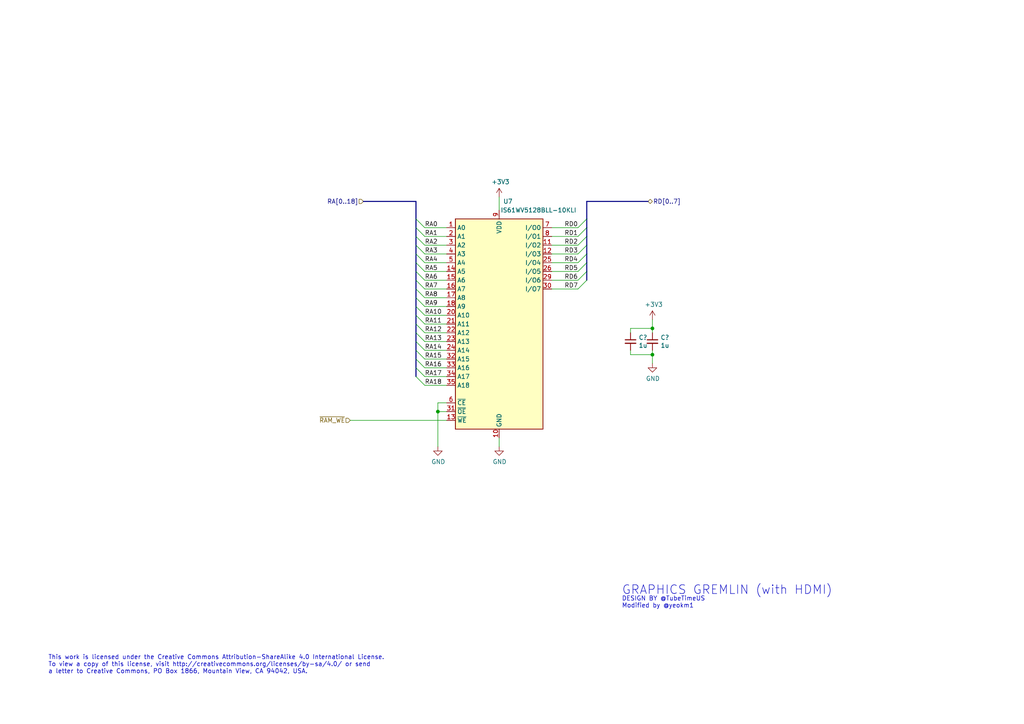
<source format=kicad_sch>
(kicad_sch (version 20230121) (generator eeschema)
  (paper "A4")
  (title_block (title "SRAM") (date "2023-09-17") (rev "2.2"))
  (lib_symbols
    (symbol "Device:C_Small" (pin_numbers hide) (pin_names (offset 0.254) hide)
      (property "Reference" "C" (at 0.254 1.778 0))
      (property "Value" "C_Small" (at 0.254 -2.032 0))
      (symbol "C_Small_0_1"
        (polyline (pts (xy -1.524 -0.508) (xy 1.524 -0.508)) (stroke (width 0.3302)))
        (polyline (pts (xy -1.524 0.508) (xy 1.524 0.508)) (stroke (width 0.3048)))
      )
      (symbol "C_Small_1_1"
        (pin passive line (at 0 2.54 270) (length 2.032) (name "~") (number "1"))
        (pin passive line (at 0 -2.54 90) (length 2.032) (name "~") (number "2"))
      )
    )
    (symbol "Memory_RAM:IS61C5128AL-10KLI"
      (property "Reference" "U" (at -10.16 31.75 0))
      (property "Value" "IS61C5128AL-10KLI" (at 12.7 31.75 0))
      (symbol "IS61C5128AL-10KLI_0_1"
        (rectangle (start -12.7 30.48) (end 12.7 -30.48) (stroke (width 0.254)) (fill (type background)))
      )
      (symbol "IS61C5128AL-10KLI_1_1"
        (pin input line (at -15.24 27.94 0) (length 2.54) (name "A0") (number "1"))
        (pin power_in line (at 0 -33.02 90) (length 2.54) (name "GND") (number "10"))
        (pin bidirectional line (at 15.24 22.86 180) (length 2.54) (name "I/O2") (number "11"))
        (pin bidirectional line (at 15.24 20.32 180) (length 2.54) (name "I/O3") (number "12"))
        (pin input line (at -15.24 -27.94 0) (length 2.54) (name "~{WE}") (number "13"))
        (pin input line (at -15.24 15.24 0) (length 2.54) (name "A5") (number "14"))
        (pin input line (at -15.24 12.7 0) (length 2.54) (name "A6") (number "15"))
        (pin input line (at -15.24 10.16 0) (length 2.54) (name "A7") (number "16"))
        (pin input line (at -15.24 7.62 0) (length 2.54) (name "A8") (number "17"))
        (pin input line (at -15.24 5.08 0) (length 2.54) (name "A9") (number "18"))
        (pin no_connect line (at 12.7 -27.94 180) (length 2.54) hide (name "NC") (number "19"))
        (pin input line (at -15.24 25.4 0) (length 2.54) (name "A1") (number "2"))
        (pin input line (at -15.24 2.54 0) (length 2.54) (name "A10") (number "20"))
        (pin input line (at -15.24 0 0) (length 2.54) (name "A11") (number "21"))
        (pin input line (at -15.24 -2.54 0) (length 2.54) (name "A12") (number "22"))
        (pin input line (at -15.24 -5.08 0) (length 2.54) (name "A13") (number "23"))
        (pin input line (at -15.24 -7.62 0) (length 2.54) (name "A14") (number "24"))
        (pin bidirectional line (at 15.24 17.78 180) (length 2.54) (name "I/O4") (number "25"))
        (pin bidirectional line (at 15.24 15.24 180) (length 2.54) (name "I/O5") (number "26"))
        (pin passive line (at 0 33.02 270) (length 2.54) hide (name "VDD") (number "27"))
        (pin passive line (at 0 -33.02 90) (length 2.54) hide (name "GND") (number "28"))
        (pin bidirectional line (at 15.24 12.7 180) (length 2.54) (name "I/O6") (number "29"))
        (pin input line (at -15.24 22.86 0) (length 2.54) (name "A2") (number "3"))
        (pin bidirectional line (at 15.24 10.16 180) (length 2.54) (name "I/O7") (number "30"))
        (pin input line (at -15.24 -25.4 0) (length 2.54) (name "~{OE}") (number "31"))
        (pin input line (at -15.24 -10.16 0) (length 2.54) (name "A15") (number "32"))
        (pin input line (at -15.24 -12.7 0) (length 2.54) (name "A16") (number "33"))
        (pin input line (at -15.24 -15.24 0) (length 2.54) (name "A17") (number "34"))
        (pin input line (at -15.24 -17.78 0) (length 2.54) (name "A18") (number "35"))
        (pin no_connect line (at 12.7 -25.4 180) (length 2.54) hide (name "NC") (number "36"))
        (pin input line (at -15.24 20.32 0) (length 2.54) (name "A3") (number "4"))
        (pin input line (at -15.24 17.78 0) (length 2.54) (name "A4") (number "5"))
        (pin input line (at -15.24 -22.86 0) (length 2.54) (name "~{CE}") (number "6"))
        (pin bidirectional line (at 15.24 27.94 180) (length 2.54) (name "I/O0") (number "7"))
        (pin bidirectional line (at 15.24 25.4 180) (length 2.54) (name "I/O1") (number "8"))
        (pin power_in line (at 0 33.02 270) (length 2.54) (name "VDD") (number "9"))
      )
    )
    (symbol "power:+3V3" (power) (pin_names (offset 0))
      (property "Value" "+3V3" (at 0 3.556 0))
      (symbol "+3V3_0_1"
        (polyline (pts (xy -0.762 1.27) (xy 0 2.54)))
        (polyline (pts (xy 0 0) (xy 0 2.54)))
        (polyline (pts (xy 0 2.54) (xy 0.762 1.27)))
      )
      (symbol "+3V3_1_1"
        (pin power_in line (at 0 0 90) (length 0) hide (name "+3V3") (number "1"))
      )
    )
    (symbol "power:GND" (power) (pin_names (offset 0))
      (property "Value" "GND" (at 0 -3.81 0))
      (symbol "GND_0_1"
        (polyline (pts (xy 0 0) (xy 0 -1.27) (xy 1.27 -1.27) (xy 0 -2.54) (xy -1.27 -1.27) (xy 0 -1.27)))
      )
      (symbol "GND_1_1"
        (pin power_in line (at 0 0 270) (length 0) hide (name "GND") (number "1"))
      )
    )
  )
  (junction (at 127 119.38))
  (junction (at 189.23 102.87))
  (junction (at 189.23 95.25))
  (bus_entry (at 167.64 78.74) (size 2.54 -2.54))
  (bus_entry (at 120.65 106.68) (size 2.54 2.54))
  (bus_entry (at 120.65 86.36) (size 2.54 2.54))
  (bus_entry (at 167.64 68.58) (size 2.54 -2.54))
  (bus_entry (at 120.65 78.74) (size 2.54 2.54))
  (bus_entry (at 167.64 71.12) (size 2.54 -2.54))
  (bus_entry (at 120.65 96.52) (size 2.54 2.54))
  (bus_entry (at 120.65 71.12) (size 2.54 2.54))
  (bus_entry (at 167.64 76.2) (size 2.54 -2.54))
  (bus_entry (at 167.64 81.28) (size 2.54 -2.54))
  (bus_entry (at 120.65 101.6) (size 2.54 2.54))
  (bus_entry (at 120.65 83.82) (size 2.54 2.54))
  (bus_entry (at 120.65 104.14) (size 2.54 2.54))
  (bus_entry (at 120.65 66.04) (size 2.54 2.54))
  (bus_entry (at 120.65 109.22) (size 2.54 2.54))
  (bus_entry (at 167.64 73.66) (size 2.54 -2.54))
  (bus_entry (at 120.65 91.44) (size 2.54 2.54))
  (bus_entry (at 167.64 66.04) (size 2.54 -2.54))
  (bus_entry (at 120.65 81.28) (size 2.54 2.54))
  (bus_entry (at 120.65 99.06) (size 2.54 2.54))
  (bus_entry (at 120.65 63.5) (size 2.54 2.54))
  (bus_entry (at 120.65 88.9) (size 2.54 2.54))
  (bus_entry (at 120.65 76.2) (size 2.54 2.54))
  (bus_entry (at 120.65 68.58) (size 2.54 2.54))
  (bus_entry (at 167.64 83.82) (size 2.54 -2.54))
  (bus_entry (at 120.65 73.66) (size 2.54 2.54))
  (bus_entry (at 120.65 93.98) (size 2.54 2.54))
  (wire (pts (xy 182.88 95.25) (xy 189.23 95.25)))
  (wire (pts (xy 123.19 71.12) (xy 129.54 71.12)))
  (wire (pts (xy 160.02 78.74) (xy 167.64 78.74)))
  (bus (pts (xy 120.65 63.5) (xy 120.65 66.04)))
  (bus (pts (xy 120.65 68.58) (xy 120.65 71.12)))
  (wire (pts (xy 123.19 99.06) (xy 129.54 99.06)))
  (bus (pts (xy 120.65 86.36) (xy 120.65 88.9)))
  (wire (pts (xy 123.19 111.76) (xy 129.54 111.76)))
  (wire (pts (xy 160.02 73.66) (xy 167.64 73.66)))
  (bus (pts (xy 120.65 73.66) (xy 120.65 76.2)))
  (bus (pts (xy 120.65 83.82) (xy 120.65 86.36)))
  (bus (pts (xy 170.18 58.42) (xy 187.96 58.42)))
  (wire (pts (xy 123.19 101.6) (xy 129.54 101.6)))
  (wire (pts (xy 144.78 127) (xy 144.78 129.54)))
  (bus (pts (xy 170.18 73.66) (xy 170.18 76.2)))
  (bus (pts (xy 120.65 96.52) (xy 120.65 99.06)))
  (wire (pts (xy 123.19 68.58) (xy 129.54 68.58)))
  (wire (pts (xy 123.19 66.04) (xy 129.54 66.04)))
  (wire (pts (xy 123.19 109.22) (xy 129.54 109.22)))
  (wire (pts (xy 160.02 68.58) (xy 167.64 68.58)))
  (bus (pts (xy 170.18 66.04) (xy 170.18 68.58)))
  (bus (pts (xy 170.18 76.2) (xy 170.18 78.74)))
  (wire (pts (xy 123.19 81.28) (xy 129.54 81.28)))
  (wire (pts (xy 129.54 116.84) (xy 127 116.84)))
  (bus (pts (xy 120.65 104.14) (xy 120.65 106.68)))
  (wire (pts (xy 123.19 88.9) (xy 129.54 88.9)))
  (bus (pts (xy 120.65 93.98) (xy 120.65 96.52)))
  (bus (pts (xy 120.65 91.44) (xy 120.65 93.98)))
  (wire (pts (xy 182.88 101.6) (xy 182.88 102.87)))
  (wire (pts (xy 127 119.38) (xy 127 129.54)))
  (wire (pts (xy 123.19 106.68) (xy 129.54 106.68)))
  (wire (pts (xy 144.78 57.15) (xy 144.78 60.96)))
  (bus (pts (xy 170.18 71.12) (xy 170.18 73.66)))
  (bus (pts (xy 170.18 78.74) (xy 170.18 81.28)))
  (bus (pts (xy 120.65 81.28) (xy 120.65 83.82)))
  (bus (pts (xy 120.65 99.06) (xy 120.65 101.6)))
  (bus (pts (xy 120.65 58.42) (xy 105.41 58.42)))
  (wire (pts (xy 189.23 95.25) (xy 189.23 96.52)))
  (bus (pts (xy 120.65 76.2) (xy 120.65 78.74)))
  (wire (pts (xy 127 116.84) (xy 127 119.38)))
  (wire (pts (xy 123.19 96.52) (xy 129.54 96.52)))
  (wire (pts (xy 189.23 101.6) (xy 189.23 102.87)))
  (bus (pts (xy 120.65 88.9) (xy 120.65 91.44)))
  (wire (pts (xy 123.19 76.2) (xy 129.54 76.2)))
  (wire (pts (xy 123.19 83.82) (xy 129.54 83.82)))
  (wire (pts (xy 189.23 95.25) (xy 189.23 92.71)))
  (wire (pts (xy 160.02 81.28) (xy 167.64 81.28)))
  (bus (pts (xy 120.65 106.68) (xy 120.65 109.22)))
  (bus (pts (xy 120.65 66.04) (xy 120.65 68.58)))
  (bus (pts (xy 120.65 101.6) (xy 120.65 104.14)))
  (wire (pts (xy 160.02 71.12) (xy 167.64 71.12)))
  (bus (pts (xy 120.65 58.42) (xy 120.65 63.5)))
  (bus (pts (xy 120.65 71.12) (xy 120.65 73.66)))
  (wire (pts (xy 123.19 91.44) (xy 129.54 91.44)))
  (wire (pts (xy 182.88 96.52) (xy 182.88 95.25)))
  (bus (pts (xy 170.18 68.58) (xy 170.18 71.12)))
  (wire (pts (xy 123.19 78.74) (xy 129.54 78.74)))
  (bus (pts (xy 120.65 78.74) (xy 120.65 81.28)))
  (wire (pts (xy 160.02 76.2) (xy 167.64 76.2)))
  (wire (pts (xy 189.23 102.87) (xy 189.23 105.41)))
  (wire (pts (xy 123.19 93.98) (xy 129.54 93.98)))
  (bus (pts (xy 170.18 63.5) (xy 170.18 66.04)))
  (wire (pts (xy 123.19 104.14) (xy 129.54 104.14)))
  (wire (pts (xy 182.88 102.87) (xy 189.23 102.87)))
  (wire (pts (xy 123.19 86.36) (xy 129.54 86.36)))
  (wire (pts (xy 160.02 83.82) (xy 167.64 83.82)))
  (wire (pts (xy 160.02 66.04) (xy 167.64 66.04)))
  (wire (pts (xy 123.19 73.66) (xy 129.54 73.66)))
  (wire (pts (xy 129.54 121.92) (xy 101.6 121.92)))
  (bus (pts (xy 170.18 58.42) (xy 170.18 63.5)))
  (wire (pts (xy 127 119.38) (xy 129.54 119.38)))
  (text "DESIGN BY @TubeTimeUS\nModified by @yeokm1" (at 180.34 176.53 0) (effects (font (size 1.27 1.27)) (justify left bottom)))
  (text "GRAPHICS GREMLIN (with HDMI)" (at 180.34 172.72 0) (effects (font (size 2.54 2.54)) (justify left bottom)))
  (text "This work is licensed under the Creative Commons Attribution-ShareAlike 4.0 International License. \nTo view a copy of this license, visit http://creativecommons.org/licenses/by-sa/4.0/ or send\na letter to Creative Commons, PO Box 1866, Mountain View, CA 94042, USA." (at 13.97 195.58 0) (effects (font (size 1.27 1.27)) (justify left bottom)))
  (label "RA18" (at 123.19 111.76 0))
  (label "RD4" (at 167.64 76.2 180))
  (label "RA15" (at 123.19 104.14 0))
  (label "RA7" (at 123.19 83.82 0))
  (label "RA0" (at 123.19 66.04 0))
  (label "RA9" (at 123.19 88.9 0))
  (label "RA10" (at 123.19 91.44 0))
  (label "RD5" (at 167.64 78.74 180))
  (label "RA13" (at 123.19 99.06 0))
  (label "RA3" (at 123.19 73.66 0))
  (label "RA5" (at 123.19 78.74 0))
  (label "RD0" (at 167.64 66.04 180))
  (label "RA4" (at 123.19 76.2 0))
  (label "RA17" (at 123.19 109.22 0))
  (label "RA11" (at 123.19 93.98 0))
  (label "RA14" (at 123.19 101.6 0))
  (label "RA6" (at 123.19 81.28 0))
  (label "RD3" (at 167.64 73.66 180))
  (label "RD1" (at 167.64 68.58 180))
  (label "RD2" (at 167.64 71.12 180))
  (label "RA2" (at 123.19 71.12 0))
  (label "RA8" (at 123.19 86.36 0))
  (label "RA16" (at 123.19 106.68 0))
  (label "RD6" (at 167.64 81.28 180))
  (label "RA12" (at 123.19 96.52 0))
  (label "RA1" (at 123.19 68.58 0))
  (label "RD7" (at 167.64 83.82 180))
  (hierarchical_label "RA[0..18]" (shape input) (at 105.41 58.42 180))
  (hierarchical_label "RD[0..7]" (shape bidirectional) (at 187.96 58.42 0))
  (hierarchical_label "~{RAM_WE}" (shape input) (at 101.6 121.92 180))
  (symbol (lib_id "Memory_RAM:IS61C5128AL-10KLI") (at 144.78 93.98 0) (unit 1)
    (property "Reference" "U7" (at 147.32 58.42 0))
    (property "Value" "IS61WV5128BLL-10KLI" (at 156.21 60.96 0))
    (property "Footprint" "Active:SOJ127P1118X376-36" (effects hide))
    (property "Datasheet" "https://www.mouser.com/datasheet/2/198/61-64WV5128Axx-Bxx-258353.pdf" (effects hide))
    (property "Mouser" "870-61WV5128B10KLI" (effects hide))
    (instances (project "isavideo" (path "" (reference "U7") (unit 1)) (path "" (reference "U?") (unit 1))))
  )
  (symbol (lib_id "power:+3V3") (at 144.78 57.15 0) (unit 1)
    (property "Reference" "#PWR042" (effects hide))
    (property "Value" "+3V3" (at 145.161 52.7558 0))
    (instances (project "isavideo" (path "" (reference "#PWR042") (unit 1)) (path "" (reference "#PWR?") (unit 1))))
  )
  (symbol (lib_id "power:GND") (at 144.78 129.54 0) (unit 1)
    (property "Reference" "#PWR043" (effects hide))
    (property "Value" "GND" (at 144.907 133.9342 0))
    (instances (project "isavideo" (path "" (reference "#PWR043") (unit 1)) (path "" (reference "#PWR?") (unit 1))))
  )
  (symbol (lib_id "power:GND") (at 127 129.54 0) (unit 1)
    (property "Reference" "#PWR083" (effects hide))
    (property "Value" "GND" (at 127.127 133.9342 0))
    (instances (project "isavideo" (path "" (reference "#PWR083") (unit 1)) (path "" (reference "#PWR?") (unit 1))))
  )
  (symbol (lib_id "Device:C_Small") (at 182.88 99.06 0) (unit 1)
    (property "Reference" "C?" (at 185.2168 97.8916 0) (effects (justify left)))
    (property "Value" "1u" (at 185.2168 100.203 0) (effects (justify left)))
    (property "Footprint" "Capacitor_SMD:C_0603_1608Metric" (effects hide))
    (property "Mouser" "810-CGA3E1X7R1C105AC" (effects hide))
    (instances (project "isavideo" (path "" (reference "C?") (unit 1)) (path "" (reference "C?") (unit 1)) (path "" (reference "C28") (unit 1))))
  )
  (symbol (lib_id "Device:C_Small") (at 189.23 99.06 0) (unit 1)
    (property "Reference" "C?" (at 191.5668 97.8916 0) (effects (justify left)))
    (property "Value" "1u" (at 191.5668 100.203 0) (effects (justify left)))
    (property "Footprint" "Capacitor_SMD:C_0603_1608Metric" (effects hide))
    (property "Mouser" "810-CGA3E1X7R1C105AC" (effects hide))
    (instances (project "isavideo" (path "" (reference "C?") (unit 1)) (path "" (reference "C?") (unit 1)) (path "" (reference "C29") (unit 1))))
  )
  (symbol (lib_id "power:+3V3") (at 189.23 92.71 0) (unit 1)
    (property "Reference" "#PWR074" (effects hide))
    (property "Value" "+3V3" (at 189.611 88.3158 0))
    (instances (project "isavideo" (path "" (reference "#PWR074") (unit 1)) (path "" (reference "#PWR?") (unit 1))))
  )
  (symbol (lib_id "power:GND") (at 189.23 105.41 0) (unit 1)
    (property "Reference" "#PWR075" (effects hide))
    (property "Value" "GND" (at 189.357 109.8042 0))
    (instances (project "isavideo" (path "" (reference "#PWR075") (unit 1)) (path "" (reference "#PWR?") (unit 1))))
  )
)
</source>
